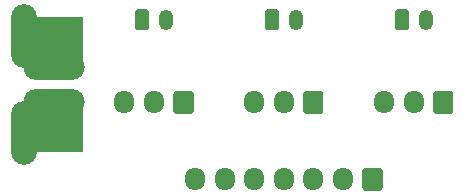
<source format=gtl>
G04 #@! TF.GenerationSoftware,KiCad,Pcbnew,(5.1.5)-3*
G04 #@! TF.CreationDate,2020-09-06T00:36:18+02:00*
G04 #@! TF.ProjectId,2S_serial_charging_board,32535f73-6572-4696-916c-5f6368617267,1*
G04 #@! TF.SameCoordinates,Original*
G04 #@! TF.FileFunction,Copper,L1,Top*
G04 #@! TF.FilePolarity,Positive*
%FSLAX46Y46*%
G04 Gerber Fmt 4.6, Leading zero omitted, Abs format (unit mm)*
G04 Created by KiCad (PCBNEW (5.1.5)-3) date 2020-09-06 00:36:18*
%MOMM*%
%LPD*%
G04 APERTURE LIST*
%ADD10C,0.600000*%
%ADD11R,4.000000X4.200000*%
%ADD12O,2.200000X5.400000*%
%ADD13O,5.200000X2.200000*%
%ADD14O,1.200000X1.750000*%
%ADD15C,0.100000*%
%ADD16O,1.700000X1.950000*%
G04 APERTURE END LIST*
D10*
X95100000Y-114000000D03*
X95100000Y-113100000D03*
X95100000Y-112200000D03*
X95100000Y-104000000D03*
X95100000Y-104900000D03*
X95100000Y-105800000D03*
D11*
X94000000Y-112600000D03*
D12*
X91000000Y-113100000D03*
D13*
X93500000Y-110500000D03*
X93500000Y-107500000D03*
D12*
X91000000Y-104900000D03*
D11*
X94000000Y-105400000D03*
D10*
X94300000Y-104900000D03*
X92700000Y-105800000D03*
X94300000Y-105800000D03*
X94300000Y-104000000D03*
X92700000Y-104000000D03*
X92700000Y-104900000D03*
X93500000Y-104900000D03*
X93500000Y-105800000D03*
X93500000Y-104000000D03*
X93500000Y-113100000D03*
X93500000Y-112200000D03*
X92700000Y-112200000D03*
X92700000Y-113100000D03*
X94300000Y-112200000D03*
X94300000Y-113100000D03*
X94300000Y-114000000D03*
X93500000Y-114000000D03*
X92700000Y-114000000D03*
D14*
X125000000Y-103500000D03*
G04 #@! TA.AperFunction,ComponentPad*
D15*
G36*
X123374505Y-102626204D02*
G01*
X123398773Y-102629804D01*
X123422572Y-102635765D01*
X123445671Y-102644030D01*
X123467850Y-102654520D01*
X123488893Y-102667132D01*
X123508599Y-102681747D01*
X123526777Y-102698223D01*
X123543253Y-102716401D01*
X123557868Y-102736107D01*
X123570480Y-102757150D01*
X123580970Y-102779329D01*
X123589235Y-102802428D01*
X123595196Y-102826227D01*
X123598796Y-102850495D01*
X123600000Y-102874999D01*
X123600000Y-104125001D01*
X123598796Y-104149505D01*
X123595196Y-104173773D01*
X123589235Y-104197572D01*
X123580970Y-104220671D01*
X123570480Y-104242850D01*
X123557868Y-104263893D01*
X123543253Y-104283599D01*
X123526777Y-104301777D01*
X123508599Y-104318253D01*
X123488893Y-104332868D01*
X123467850Y-104345480D01*
X123445671Y-104355970D01*
X123422572Y-104364235D01*
X123398773Y-104370196D01*
X123374505Y-104373796D01*
X123350001Y-104375000D01*
X122649999Y-104375000D01*
X122625495Y-104373796D01*
X122601227Y-104370196D01*
X122577428Y-104364235D01*
X122554329Y-104355970D01*
X122532150Y-104345480D01*
X122511107Y-104332868D01*
X122491401Y-104318253D01*
X122473223Y-104301777D01*
X122456747Y-104283599D01*
X122442132Y-104263893D01*
X122429520Y-104242850D01*
X122419030Y-104220671D01*
X122410765Y-104197572D01*
X122404804Y-104173773D01*
X122401204Y-104149505D01*
X122400000Y-104125001D01*
X122400000Y-102874999D01*
X122401204Y-102850495D01*
X122404804Y-102826227D01*
X122410765Y-102802428D01*
X122419030Y-102779329D01*
X122429520Y-102757150D01*
X122442132Y-102736107D01*
X122456747Y-102716401D01*
X122473223Y-102698223D01*
X122491401Y-102681747D01*
X122511107Y-102667132D01*
X122532150Y-102654520D01*
X122554329Y-102644030D01*
X122577428Y-102635765D01*
X122601227Y-102629804D01*
X122625495Y-102626204D01*
X122649999Y-102625000D01*
X123350001Y-102625000D01*
X123374505Y-102626204D01*
G37*
G04 #@! TD.AperFunction*
D14*
X114000000Y-103500000D03*
G04 #@! TA.AperFunction,ComponentPad*
D15*
G36*
X112374505Y-102626204D02*
G01*
X112398773Y-102629804D01*
X112422572Y-102635765D01*
X112445671Y-102644030D01*
X112467850Y-102654520D01*
X112488893Y-102667132D01*
X112508599Y-102681747D01*
X112526777Y-102698223D01*
X112543253Y-102716401D01*
X112557868Y-102736107D01*
X112570480Y-102757150D01*
X112580970Y-102779329D01*
X112589235Y-102802428D01*
X112595196Y-102826227D01*
X112598796Y-102850495D01*
X112600000Y-102874999D01*
X112600000Y-104125001D01*
X112598796Y-104149505D01*
X112595196Y-104173773D01*
X112589235Y-104197572D01*
X112580970Y-104220671D01*
X112570480Y-104242850D01*
X112557868Y-104263893D01*
X112543253Y-104283599D01*
X112526777Y-104301777D01*
X112508599Y-104318253D01*
X112488893Y-104332868D01*
X112467850Y-104345480D01*
X112445671Y-104355970D01*
X112422572Y-104364235D01*
X112398773Y-104370196D01*
X112374505Y-104373796D01*
X112350001Y-104375000D01*
X111649999Y-104375000D01*
X111625495Y-104373796D01*
X111601227Y-104370196D01*
X111577428Y-104364235D01*
X111554329Y-104355970D01*
X111532150Y-104345480D01*
X111511107Y-104332868D01*
X111491401Y-104318253D01*
X111473223Y-104301777D01*
X111456747Y-104283599D01*
X111442132Y-104263893D01*
X111429520Y-104242850D01*
X111419030Y-104220671D01*
X111410765Y-104197572D01*
X111404804Y-104173773D01*
X111401204Y-104149505D01*
X111400000Y-104125001D01*
X111400000Y-102874999D01*
X111401204Y-102850495D01*
X111404804Y-102826227D01*
X111410765Y-102802428D01*
X111419030Y-102779329D01*
X111429520Y-102757150D01*
X111442132Y-102736107D01*
X111456747Y-102716401D01*
X111473223Y-102698223D01*
X111491401Y-102681747D01*
X111511107Y-102667132D01*
X111532150Y-102654520D01*
X111554329Y-102644030D01*
X111577428Y-102635765D01*
X111601227Y-102629804D01*
X111625495Y-102626204D01*
X111649999Y-102625000D01*
X112350001Y-102625000D01*
X112374505Y-102626204D01*
G37*
G04 #@! TD.AperFunction*
D14*
X103000000Y-103500000D03*
G04 #@! TA.AperFunction,ComponentPad*
D15*
G36*
X101374505Y-102626204D02*
G01*
X101398773Y-102629804D01*
X101422572Y-102635765D01*
X101445671Y-102644030D01*
X101467850Y-102654520D01*
X101488893Y-102667132D01*
X101508599Y-102681747D01*
X101526777Y-102698223D01*
X101543253Y-102716401D01*
X101557868Y-102736107D01*
X101570480Y-102757150D01*
X101580970Y-102779329D01*
X101589235Y-102802428D01*
X101595196Y-102826227D01*
X101598796Y-102850495D01*
X101600000Y-102874999D01*
X101600000Y-104125001D01*
X101598796Y-104149505D01*
X101595196Y-104173773D01*
X101589235Y-104197572D01*
X101580970Y-104220671D01*
X101570480Y-104242850D01*
X101557868Y-104263893D01*
X101543253Y-104283599D01*
X101526777Y-104301777D01*
X101508599Y-104318253D01*
X101488893Y-104332868D01*
X101467850Y-104345480D01*
X101445671Y-104355970D01*
X101422572Y-104364235D01*
X101398773Y-104370196D01*
X101374505Y-104373796D01*
X101350001Y-104375000D01*
X100649999Y-104375000D01*
X100625495Y-104373796D01*
X100601227Y-104370196D01*
X100577428Y-104364235D01*
X100554329Y-104355970D01*
X100532150Y-104345480D01*
X100511107Y-104332868D01*
X100491401Y-104318253D01*
X100473223Y-104301777D01*
X100456747Y-104283599D01*
X100442132Y-104263893D01*
X100429520Y-104242850D01*
X100419030Y-104220671D01*
X100410765Y-104197572D01*
X100404804Y-104173773D01*
X100401204Y-104149505D01*
X100400000Y-104125001D01*
X100400000Y-102874999D01*
X100401204Y-102850495D01*
X100404804Y-102826227D01*
X100410765Y-102802428D01*
X100419030Y-102779329D01*
X100429520Y-102757150D01*
X100442132Y-102736107D01*
X100456747Y-102716401D01*
X100473223Y-102698223D01*
X100491401Y-102681747D01*
X100511107Y-102667132D01*
X100532150Y-102654520D01*
X100554329Y-102644030D01*
X100577428Y-102635765D01*
X100601227Y-102629804D01*
X100625495Y-102626204D01*
X100649999Y-102625000D01*
X101350001Y-102625000D01*
X101374505Y-102626204D01*
G37*
G04 #@! TD.AperFunction*
D16*
X105500000Y-117000000D03*
X108000000Y-117000000D03*
X110500000Y-117000000D03*
X113000000Y-117000000D03*
X115500000Y-117000000D03*
X118000000Y-117000000D03*
G04 #@! TA.AperFunction,ComponentPad*
D15*
G36*
X121124504Y-116026204D02*
G01*
X121148773Y-116029804D01*
X121172571Y-116035765D01*
X121195671Y-116044030D01*
X121217849Y-116054520D01*
X121238893Y-116067133D01*
X121258598Y-116081747D01*
X121276777Y-116098223D01*
X121293253Y-116116402D01*
X121307867Y-116136107D01*
X121320480Y-116157151D01*
X121330970Y-116179329D01*
X121339235Y-116202429D01*
X121345196Y-116226227D01*
X121348796Y-116250496D01*
X121350000Y-116275000D01*
X121350000Y-117725000D01*
X121348796Y-117749504D01*
X121345196Y-117773773D01*
X121339235Y-117797571D01*
X121330970Y-117820671D01*
X121320480Y-117842849D01*
X121307867Y-117863893D01*
X121293253Y-117883598D01*
X121276777Y-117901777D01*
X121258598Y-117918253D01*
X121238893Y-117932867D01*
X121217849Y-117945480D01*
X121195671Y-117955970D01*
X121172571Y-117964235D01*
X121148773Y-117970196D01*
X121124504Y-117973796D01*
X121100000Y-117975000D01*
X119900000Y-117975000D01*
X119875496Y-117973796D01*
X119851227Y-117970196D01*
X119827429Y-117964235D01*
X119804329Y-117955970D01*
X119782151Y-117945480D01*
X119761107Y-117932867D01*
X119741402Y-117918253D01*
X119723223Y-117901777D01*
X119706747Y-117883598D01*
X119692133Y-117863893D01*
X119679520Y-117842849D01*
X119669030Y-117820671D01*
X119660765Y-117797571D01*
X119654804Y-117773773D01*
X119651204Y-117749504D01*
X119650000Y-117725000D01*
X119650000Y-116275000D01*
X119651204Y-116250496D01*
X119654804Y-116226227D01*
X119660765Y-116202429D01*
X119669030Y-116179329D01*
X119679520Y-116157151D01*
X119692133Y-116136107D01*
X119706747Y-116116402D01*
X119723223Y-116098223D01*
X119741402Y-116081747D01*
X119761107Y-116067133D01*
X119782151Y-116054520D01*
X119804329Y-116044030D01*
X119827429Y-116035765D01*
X119851227Y-116029804D01*
X119875496Y-116026204D01*
X119900000Y-116025000D01*
X121100000Y-116025000D01*
X121124504Y-116026204D01*
G37*
G04 #@! TD.AperFunction*
D16*
X99500000Y-110500000D03*
X102000000Y-110500000D03*
G04 #@! TA.AperFunction,ComponentPad*
D15*
G36*
X105124504Y-109526204D02*
G01*
X105148773Y-109529804D01*
X105172571Y-109535765D01*
X105195671Y-109544030D01*
X105217849Y-109554520D01*
X105238893Y-109567133D01*
X105258598Y-109581747D01*
X105276777Y-109598223D01*
X105293253Y-109616402D01*
X105307867Y-109636107D01*
X105320480Y-109657151D01*
X105330970Y-109679329D01*
X105339235Y-109702429D01*
X105345196Y-109726227D01*
X105348796Y-109750496D01*
X105350000Y-109775000D01*
X105350000Y-111225000D01*
X105348796Y-111249504D01*
X105345196Y-111273773D01*
X105339235Y-111297571D01*
X105330970Y-111320671D01*
X105320480Y-111342849D01*
X105307867Y-111363893D01*
X105293253Y-111383598D01*
X105276777Y-111401777D01*
X105258598Y-111418253D01*
X105238893Y-111432867D01*
X105217849Y-111445480D01*
X105195671Y-111455970D01*
X105172571Y-111464235D01*
X105148773Y-111470196D01*
X105124504Y-111473796D01*
X105100000Y-111475000D01*
X103900000Y-111475000D01*
X103875496Y-111473796D01*
X103851227Y-111470196D01*
X103827429Y-111464235D01*
X103804329Y-111455970D01*
X103782151Y-111445480D01*
X103761107Y-111432867D01*
X103741402Y-111418253D01*
X103723223Y-111401777D01*
X103706747Y-111383598D01*
X103692133Y-111363893D01*
X103679520Y-111342849D01*
X103669030Y-111320671D01*
X103660765Y-111297571D01*
X103654804Y-111273773D01*
X103651204Y-111249504D01*
X103650000Y-111225000D01*
X103650000Y-109775000D01*
X103651204Y-109750496D01*
X103654804Y-109726227D01*
X103660765Y-109702429D01*
X103669030Y-109679329D01*
X103679520Y-109657151D01*
X103692133Y-109636107D01*
X103706747Y-109616402D01*
X103723223Y-109598223D01*
X103741402Y-109581747D01*
X103761107Y-109567133D01*
X103782151Y-109554520D01*
X103804329Y-109544030D01*
X103827429Y-109535765D01*
X103851227Y-109529804D01*
X103875496Y-109526204D01*
X103900000Y-109525000D01*
X105100000Y-109525000D01*
X105124504Y-109526204D01*
G37*
G04 #@! TD.AperFunction*
D16*
X110500000Y-110500000D03*
X113000000Y-110500000D03*
G04 #@! TA.AperFunction,ComponentPad*
D15*
G36*
X116124504Y-109526204D02*
G01*
X116148773Y-109529804D01*
X116172571Y-109535765D01*
X116195671Y-109544030D01*
X116217849Y-109554520D01*
X116238893Y-109567133D01*
X116258598Y-109581747D01*
X116276777Y-109598223D01*
X116293253Y-109616402D01*
X116307867Y-109636107D01*
X116320480Y-109657151D01*
X116330970Y-109679329D01*
X116339235Y-109702429D01*
X116345196Y-109726227D01*
X116348796Y-109750496D01*
X116350000Y-109775000D01*
X116350000Y-111225000D01*
X116348796Y-111249504D01*
X116345196Y-111273773D01*
X116339235Y-111297571D01*
X116330970Y-111320671D01*
X116320480Y-111342849D01*
X116307867Y-111363893D01*
X116293253Y-111383598D01*
X116276777Y-111401777D01*
X116258598Y-111418253D01*
X116238893Y-111432867D01*
X116217849Y-111445480D01*
X116195671Y-111455970D01*
X116172571Y-111464235D01*
X116148773Y-111470196D01*
X116124504Y-111473796D01*
X116100000Y-111475000D01*
X114900000Y-111475000D01*
X114875496Y-111473796D01*
X114851227Y-111470196D01*
X114827429Y-111464235D01*
X114804329Y-111455970D01*
X114782151Y-111445480D01*
X114761107Y-111432867D01*
X114741402Y-111418253D01*
X114723223Y-111401777D01*
X114706747Y-111383598D01*
X114692133Y-111363893D01*
X114679520Y-111342849D01*
X114669030Y-111320671D01*
X114660765Y-111297571D01*
X114654804Y-111273773D01*
X114651204Y-111249504D01*
X114650000Y-111225000D01*
X114650000Y-109775000D01*
X114651204Y-109750496D01*
X114654804Y-109726227D01*
X114660765Y-109702429D01*
X114669030Y-109679329D01*
X114679520Y-109657151D01*
X114692133Y-109636107D01*
X114706747Y-109616402D01*
X114723223Y-109598223D01*
X114741402Y-109581747D01*
X114761107Y-109567133D01*
X114782151Y-109554520D01*
X114804329Y-109544030D01*
X114827429Y-109535765D01*
X114851227Y-109529804D01*
X114875496Y-109526204D01*
X114900000Y-109525000D01*
X116100000Y-109525000D01*
X116124504Y-109526204D01*
G37*
G04 #@! TD.AperFunction*
D16*
X121500000Y-110500000D03*
X124000000Y-110500000D03*
G04 #@! TA.AperFunction,ComponentPad*
D15*
G36*
X127124504Y-109526204D02*
G01*
X127148773Y-109529804D01*
X127172571Y-109535765D01*
X127195671Y-109544030D01*
X127217849Y-109554520D01*
X127238893Y-109567133D01*
X127258598Y-109581747D01*
X127276777Y-109598223D01*
X127293253Y-109616402D01*
X127307867Y-109636107D01*
X127320480Y-109657151D01*
X127330970Y-109679329D01*
X127339235Y-109702429D01*
X127345196Y-109726227D01*
X127348796Y-109750496D01*
X127350000Y-109775000D01*
X127350000Y-111225000D01*
X127348796Y-111249504D01*
X127345196Y-111273773D01*
X127339235Y-111297571D01*
X127330970Y-111320671D01*
X127320480Y-111342849D01*
X127307867Y-111363893D01*
X127293253Y-111383598D01*
X127276777Y-111401777D01*
X127258598Y-111418253D01*
X127238893Y-111432867D01*
X127217849Y-111445480D01*
X127195671Y-111455970D01*
X127172571Y-111464235D01*
X127148773Y-111470196D01*
X127124504Y-111473796D01*
X127100000Y-111475000D01*
X125900000Y-111475000D01*
X125875496Y-111473796D01*
X125851227Y-111470196D01*
X125827429Y-111464235D01*
X125804329Y-111455970D01*
X125782151Y-111445480D01*
X125761107Y-111432867D01*
X125741402Y-111418253D01*
X125723223Y-111401777D01*
X125706747Y-111383598D01*
X125692133Y-111363893D01*
X125679520Y-111342849D01*
X125669030Y-111320671D01*
X125660765Y-111297571D01*
X125654804Y-111273773D01*
X125651204Y-111249504D01*
X125650000Y-111225000D01*
X125650000Y-109775000D01*
X125651204Y-109750496D01*
X125654804Y-109726227D01*
X125660765Y-109702429D01*
X125669030Y-109679329D01*
X125679520Y-109657151D01*
X125692133Y-109636107D01*
X125706747Y-109616402D01*
X125723223Y-109598223D01*
X125741402Y-109581747D01*
X125761107Y-109567133D01*
X125782151Y-109554520D01*
X125804329Y-109544030D01*
X125827429Y-109535765D01*
X125851227Y-109529804D01*
X125875496Y-109526204D01*
X125900000Y-109525000D01*
X127100000Y-109525000D01*
X127124504Y-109526204D01*
G37*
G04 #@! TD.AperFunction*
M02*

</source>
